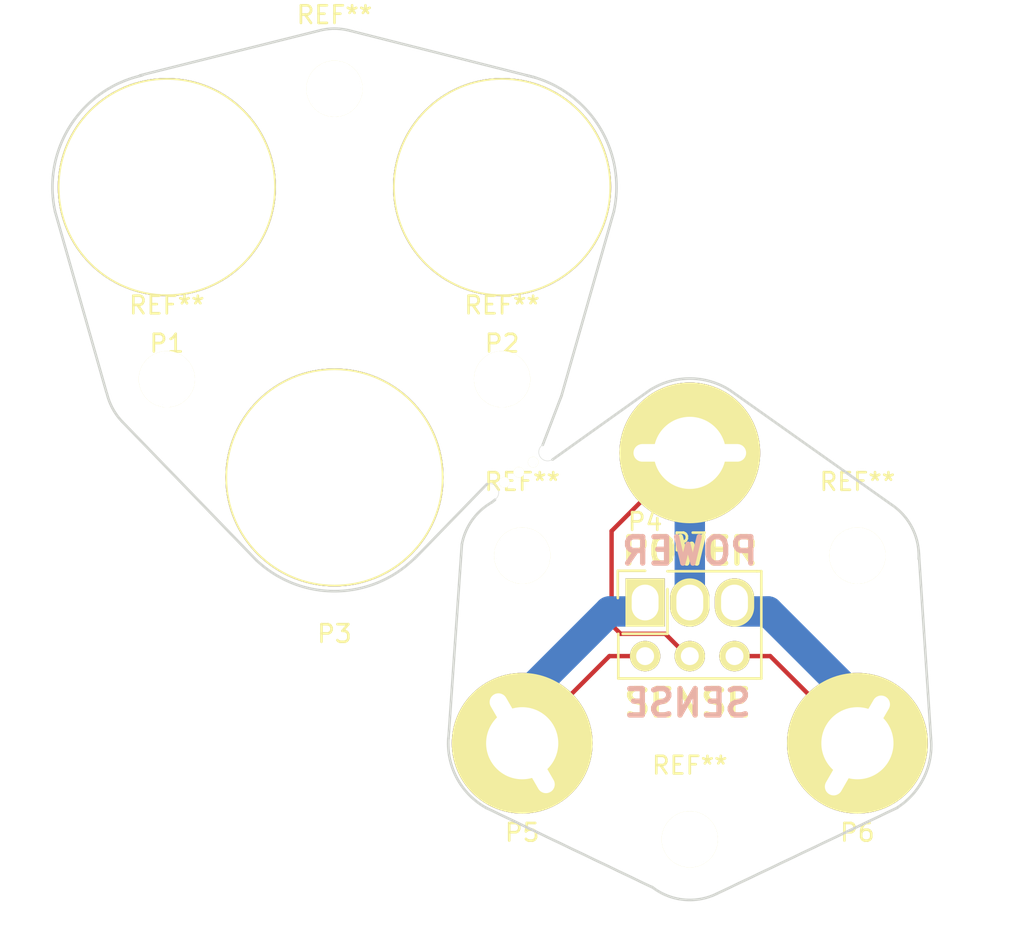
<source format=kicad_pcb>
(kicad_pcb (version 4) (host pcbnew 4.0.2-stable)

  (general
    (links 9)
    (no_connects 0)
    (area 46.882857 48.269 105.390143 101.441)
    (thickness 1.6)
    (drawings 29)
    (tracks 18)
    (zones 0)
    (modules 17)
    (nets 7)
  )

  (page A4)
  (layers
    (0 F.Cu signal)
    (31 B.Cu signal)
    (32 B.Adhes user)
    (33 F.Adhes user)
    (34 B.Paste user)
    (35 F.Paste user)
    (36 B.SilkS user)
    (37 F.SilkS user)
    (38 B.Mask user)
    (39 F.Mask user)
    (40 Dwgs.User user)
    (41 Cmts.User user)
    (42 Eco1.User user)
    (43 Eco2.User user)
    (44 Edge.Cuts user)
    (45 Margin user)
    (46 B.CrtYd user)
    (47 F.CrtYd user)
    (48 B.Fab user)
    (49 F.Fab user)
  )

  (setup
    (last_trace_width 0.25)
    (user_trace_width 1)
    (user_trace_width 1.7272)
    (trace_clearance 0.2)
    (zone_clearance 0.508)
    (zone_45_only no)
    (trace_min 0.2)
    (segment_width 0.2)
    (edge_width 0.15)
    (via_size 0.6)
    (via_drill 0.4)
    (via_min_size 0.4)
    (via_min_drill 0.3)
    (uvia_size 0.3)
    (uvia_drill 0.1)
    (uvias_allowed no)
    (uvia_min_size 0)
    (uvia_min_drill 0)
    (pcb_text_width 0.3)
    (pcb_text_size 1.5 1.5)
    (mod_edge_width 0.15)
    (mod_text_size 1 1)
    (mod_text_width 0.15)
    (pad_size 2.2352 2.7432)
    (pad_drill 1.524)
    (pad_to_mask_clearance 0.2)
    (aux_axis_origin 0 0)
    (visible_elements FFFFF71F)
    (pcbplotparams
      (layerselection 0x010f0_80000001)
      (usegerberextensions true)
      (excludeedgelayer false)
      (linewidth 0.100000)
      (plotframeref false)
      (viasonmask false)
      (mode 1)
      (useauxorigin false)
      (hpglpennumber 1)
      (hpglpenspeed 20)
      (hpglpendiameter 15)
      (hpglpenoverlay 2)
      (psnegative false)
      (psa4output false)
      (plotreference false)
      (plotvalue false)
      (plotinvisibletext false)
      (padsonsilk false)
      (subtractmaskfromsilk true)
      (outputformat 1)
      (mirror false)
      (drillshape 0)
      (scaleselection 1)
      (outputdirectory out/50x50_banana_triangle_v0.1/))
  )

  (net 0 "")
  (net 1 "Net-(P1-Pad1)")
  (net 2 "Net-(P2-Pad1)")
  (net 3 "Net-(P3-Pad1)")
  (net 4 "Net-(P10-Pad1)")
  (net 5 "Net-(P4-Pad1)")
  (net 6 "Net-(P4-Pad5)")

  (net_class Default "This is the default net class."
    (clearance 0.2)
    (trace_width 0.25)
    (via_dia 0.6)
    (via_drill 0.4)
    (uvia_dia 0.3)
    (uvia_drill 0.1)
    (add_net "Net-(P1-Pad1)")
    (add_net "Net-(P10-Pad1)")
    (add_net "Net-(P2-Pad1)")
    (add_net "Net-(P3-Pad1)")
    (add_net "Net-(P4-Pad1)")
    (add_net "Net-(P4-Pad5)")
  )

  (module Socket_Strips:Socket_Strip_Straight_2x03 (layer F.Cu) (tedit 576C06B2) (tstamp 576BE38E)
    (at 83.693 83.312)
    (descr "Through hole socket strip")
    (tags "socket strip")
    (path /576BE257)
    (fp_text reference P4 (at 0 -5.1) (layer F.SilkS)
      (effects (font (size 1 1) (thickness 0.15)))
    )
    (fp_text value CONN_02X03 (at 0 -3.1) (layer F.Fab)
      (effects (font (size 1 1) (thickness 0.15)))
    )
    (fp_line (start -1.27 3.81) (end -1.524 3.81) (layer F.SilkS) (width 0.15))
    (fp_line (start 6.604 -1.27) (end 6.604 -2.286) (layer F.SilkS) (width 0.15))
    (fp_line (start 6.604 -2.286) (end 6.35 -2.286) (layer F.SilkS) (width 0.15))
    (fp_line (start 6.604 3.81) (end 6.35 3.81) (layer F.SilkS) (width 0.15))
    (fp_line (start 6.35 -2.286) (end 1.27 -2.286) (layer F.SilkS) (width 0.15))
    (fp_line (start -1.55 -2.312) (end 0 -2.312) (layer F.SilkS) (width 0.15))
    (fp_line (start -1.75 -1.75) (end -1.75 4.3) (layer F.CrtYd) (width 0.05))
    (fp_line (start 6.85 -1.75) (end 6.85 4.3) (layer F.CrtYd) (width 0.05))
    (fp_line (start -1.75 -1.75) (end 6.85 -1.75) (layer F.CrtYd) (width 0.05))
    (fp_line (start -1.75 4.3) (end 6.85 4.3) (layer F.CrtYd) (width 0.05))
    (fp_line (start -1.27 1.27) (end 1.27 1.27) (layer F.SilkS) (width 0.15))
    (fp_line (start 1.27 1.27) (end 1.27 -1.27) (layer F.SilkS) (width 0.15))
    (fp_line (start 6.604 -1.27) (end 6.604 3.81) (layer F.SilkS) (width 0.15))
    (fp_line (start 6.35 3.81) (end 1.27 3.81) (layer F.SilkS) (width 0.15))
    (fp_line (start -1.55 -2.312) (end -1.55 -0.762) (layer F.SilkS) (width 0.15))
    (fp_line (start -1.524 3.81) (end -1.524 1.27) (layer F.SilkS) (width 0.15))
    (fp_line (start 1.27 3.81) (end -1.27 3.81) (layer F.SilkS) (width 0.15))
    (pad 1 thru_hole rect (at 0 -0.508) (size 2.2352 2.7432) (drill oval 1.524 2.032) (layers *.Cu *.Mask F.SilkS)
      (net 5 "Net-(P4-Pad1)"))
    (pad 2 thru_hole oval (at 0 2.54) (size 1.7272 1.7272) (drill 1.016) (layers *.Cu *.Mask F.SilkS)
      (net 5 "Net-(P4-Pad1)"))
    (pad 3 thru_hole oval (at 2.54 -0.508) (size 2.2352 2.7432) (drill oval 1.524 2.032) (layers *.Cu *.Mask F.SilkS)
      (net 4 "Net-(P10-Pad1)"))
    (pad 4 thru_hole oval (at 2.54 2.54) (size 1.7272 1.7272) (drill 1.016) (layers *.Cu *.Mask F.SilkS)
      (net 4 "Net-(P10-Pad1)"))
    (pad 5 thru_hole oval (at 5.08 -0.508) (size 2.2352 2.7432) (drill oval 1.524 2.032) (layers *.Cu *.Mask F.SilkS)
      (net 6 "Net-(P4-Pad5)"))
    (pad 6 thru_hole oval (at 5.08 2.54) (size 1.7272 1.7272) (drill 1.016) (layers *.Cu *.Mask F.SilkS)
      (net 6 "Net-(P4-Pad5)"))
    (model Socket_Strips.3dshapes/Socket_Strip_Straight_2x03.wrl
      (at (xyz 0.1 -0.05 0))
      (scale (xyz 1 1 1))
      (rotate (xyz 0 0 180))
    )
  )

  (module Misc:Mouse_Bites_3_1mm (layer F.Cu) (tedit 54B1EE62) (tstamp 576BEBE1)
    (at 75.692 75.9714 35)
    (fp_text reference Mouse_Bites_3_1mm (at 0 -1.8 35) (layer F.SilkS) hide
      (effects (font (size 1 1) (thickness 0.15)))
    )
    (fp_text value VAL** (at 0 1.55 35) (layer F.SilkS) hide
      (effects (font (size 1 1) (thickness 0.15)))
    )
    (fp_arc (start -1 0) (end -1 -0.5) (angle 180) (layer Edge.Cuts) (width 0.0254))
    (fp_arc (start 3 0) (end 3 0.5) (angle 180) (layer Edge.Cuts) (width 0.0254))
    (pad "" np_thru_hole circle (at 1 0 35) (size 0.6 0.6) (drill 0.6) (layers *.Cu *.Mask F.SilkS)
      (clearance 0.2))
    (pad "" np_thru_hole circle (at 2 0 35) (size 0.6 0.6) (drill 0.6) (layers *.Cu *.Mask F.SilkS)
      (clearance 0.2))
    (pad "" np_thru_hole circle (at 0 0 35) (size 0.6 0.6) (drill 0.6) (layers *.Cu *.Mask F.SilkS)
      (clearance 0.2))
  )

  (module Connectors:Banana_Plug_Friction_Fit (layer F.Cu) (tedit 576BC577) (tstamp 576BCAFA)
    (at 86.233 74.295)
    (path /576BE535)
    (fp_text reference P7 (at 0 5.08) (layer F.SilkS)
      (effects (font (size 1 1) (thickness 0.15)))
    )
    (fp_text value CONN_01X01 (at 0 -5.08) (layer F.Fab)
      (effects (font (size 1 1) (thickness 0.15)))
    )
    (pad 1 thru_hole circle (at 0 0) (size 8 8) (drill 4.09956) (layers *.Cu *.Mask F.SilkS)
      (net 4 "Net-(P10-Pad1)"))
  )

  (module Mounting_Holes:MountingHole_3.2mm_M3 (layer F.Cu) (tedit 56D1B4CB) (tstamp 576BD6E1)
    (at 66.04 53.594)
    (descr "Mounting Hole 3.2mm, no annular, M3")
    (tags "mounting hole 3.2mm no annular m3")
    (fp_text reference REF** (at 0 -4.2) (layer F.SilkS)
      (effects (font (size 1 1) (thickness 0.15)))
    )
    (fp_text value MountingHole_3.2mm_M3 (at 0 4.2) (layer F.Fab)
      (effects (font (size 1 1) (thickness 0.15)))
    )
    (fp_circle (center 0 0) (end 3.2 0) (layer Cmts.User) (width 0.15))
    (fp_circle (center 0 0) (end 3.45 0) (layer F.CrtYd) (width 0.05))
    (pad 1 np_thru_hole circle (at 0 0) (size 3.2 3.2) (drill 3.2) (layers *.Cu *.Mask F.SilkS))
  )

  (module Connectors:Banana_Socket_Shrouded_Multi-Conntact_SLB4 (layer F.Cu) (tedit 576BB497) (tstamp 576BCAE4)
    (at 66.04 75.692)
    (path /576BA6EB)
    (fp_text reference P3 (at 0 8.89) (layer F.SilkS)
      (effects (font (size 1 1) (thickness 0.15)))
    )
    (fp_text value CONN_01X01 (at 0 -8.89) (layer F.Fab)
      (effects (font (size 1 1) (thickness 0.15)))
    )
    (pad 1 thru_hole circle (at 0 0) (size 12.4 12.4) (drill 12.2) (layers *.Cu *.Mask F.SilkS)
      (net 3 "Net-(P3-Pad1)"))
  )

  (module Mounting_Holes:MountingHole_3.2mm_M3 (layer F.Cu) (tedit 56D1B4CB) (tstamp 576BD6D2)
    (at 95.758 80.137)
    (descr "Mounting Hole 3.2mm, no annular, M3")
    (tags "mounting hole 3.2mm no annular m3")
    (fp_text reference REF** (at 0 -4.2) (layer F.SilkS)
      (effects (font (size 1 1) (thickness 0.15)))
    )
    (fp_text value MountingHole_3.2mm_M3 (at 0 4.2) (layer F.Fab)
      (effects (font (size 1 1) (thickness 0.15)))
    )
    (fp_circle (center 0 0) (end 3.2 0) (layer Cmts.User) (width 0.15))
    (fp_circle (center 0 0) (end 3.45 0) (layer F.CrtYd) (width 0.05))
    (pad 1 np_thru_hole circle (at 0 0) (size 3.2 3.2) (drill 3.2) (layers *.Cu *.Mask F.SilkS))
  )

  (module Connectors:Banana_Socket_Shrouded_Multi-Conntact_SLB4 (layer F.Cu) (tedit 576BB497) (tstamp 576BCADA)
    (at 56.515 59.182)
    (path /576BA6B8)
    (fp_text reference P1 (at 0 8.89) (layer F.SilkS)
      (effects (font (size 1 1) (thickness 0.15)))
    )
    (fp_text value CONN_01X01 (at 0 -8.89) (layer F.Fab)
      (effects (font (size 1 1) (thickness 0.15)))
    )
    (pad 1 thru_hole circle (at 0 0) (size 12.4 12.4) (drill 12.2) (layers *.Cu *.Mask F.SilkS)
      (net 1 "Net-(P1-Pad1)"))
  )

  (module Connectors:Banana_Socket_Shrouded_Multi-Conntact_SLB4 (layer F.Cu) (tedit 576BB497) (tstamp 576BCADF)
    (at 75.565 59.182)
    (path /576BA68B)
    (fp_text reference P2 (at 0 8.89) (layer F.SilkS)
      (effects (font (size 1 1) (thickness 0.15)))
    )
    (fp_text value CONN_01X01 (at 0 -8.89) (layer F.Fab)
      (effects (font (size 1 1) (thickness 0.15)))
    )
    (pad 1 thru_hole circle (at 0 0) (size 12.4 12.4) (drill 12.2) (layers *.Cu *.Mask F.SilkS)
      (net 2 "Net-(P2-Pad1)"))
  )

  (module Connectors:Banana_Plug_Friction_Fit (layer F.Cu) (tedit 576BC577) (tstamp 576BCAF0)
    (at 76.708 90.805)
    (path /576BE52F)
    (fp_text reference P5 (at 0 5.08) (layer F.SilkS)
      (effects (font (size 1 1) (thickness 0.15)))
    )
    (fp_text value CONN_01X01 (at 0 -5.08) (layer F.Fab)
      (effects (font (size 1 1) (thickness 0.15)))
    )
    (pad 1 thru_hole circle (at 0 0) (size 8 8) (drill 4.09956) (layers *.Cu *.Mask F.SilkS)
      (net 5 "Net-(P4-Pad1)"))
  )

  (module Connectors:Banana_Plug_Friction_Fit (layer F.Cu) (tedit 576BC577) (tstamp 576BCAF5)
    (at 95.758 90.805)
    (path /576BE529)
    (fp_text reference P6 (at 0 5.08) (layer F.SilkS)
      (effects (font (size 1 1) (thickness 0.15)))
    )
    (fp_text value CONN_01X01 (at 0 -5.08) (layer F.Fab)
      (effects (font (size 1 1) (thickness 0.15)))
    )
    (pad 1 thru_hole circle (at 0 0) (size 8 8) (drill 4.09956) (layers *.Cu *.Mask F.SilkS)
      (net 6 "Net-(P4-Pad5)"))
  )

  (module Connectors:Spade_6.3mm (layer F.Cu) (tedit 576BB5DA) (tstamp 576BCAFF)
    (at 76.708 90.805 300)
    (path /576BDEC0)
    (fp_text reference P8 (at 0 2.54 300) (layer F.SilkS)
      (effects (font (size 1 1) (thickness 0.15)))
    )
    (fp_text value CONN_01X01 (at 0 -2.54 300) (layer F.Fab)
      (effects (font (size 1 1) (thickness 0.15)))
    )
    (pad 1 thru_hole oval (at 0 0 300) (size 7 1.6) (drill oval 6.4 1) (layers *.Cu *.Mask F.SilkS)
      (net 5 "Net-(P4-Pad1)"))
  )

  (module Connectors:Spade_6.3mm (layer F.Cu) (tedit 576BB5DA) (tstamp 576BCB04)
    (at 95.758 90.932 60)
    (path /576BDEBA)
    (fp_text reference P9 (at 0 2.54 60) (layer F.SilkS)
      (effects (font (size 1 1) (thickness 0.15)))
    )
    (fp_text value CONN_01X01 (at 0 -2.54 60) (layer F.Fab)
      (effects (font (size 1 1) (thickness 0.15)))
    )
    (pad 1 thru_hole oval (at 0 0 60) (size 7 1.6) (drill oval 6.4 1) (layers *.Cu *.Mask F.SilkS)
      (net 6 "Net-(P4-Pad5)"))
  )

  (module Connectors:Spade_6.3mm (layer F.Cu) (tedit 576BB5DA) (tstamp 576BCB09)
    (at 86.233 74.295)
    (path /576BDEC6)
    (fp_text reference P10 (at 0 2.54) (layer F.SilkS)
      (effects (font (size 1 1) (thickness 0.15)))
    )
    (fp_text value CONN_01X01 (at 0 -2.54) (layer F.Fab)
      (effects (font (size 1 1) (thickness 0.15)))
    )
    (pad 1 thru_hole oval (at 0 0) (size 7 1.6) (drill oval 6.4 1) (layers *.Cu *.Mask F.SilkS)
      (net 4 "Net-(P10-Pad1)"))
  )

  (module Mounting_Holes:MountingHole_3.2mm_M3 (layer F.Cu) (tedit 56D1B4CB) (tstamp 576BD6D3)
    (at 76.708 80.137)
    (descr "Mounting Hole 3.2mm, no annular, M3")
    (tags "mounting hole 3.2mm no annular m3")
    (fp_text reference REF** (at 0 -4.2) (layer F.SilkS)
      (effects (font (size 1 1) (thickness 0.15)))
    )
    (fp_text value MountingHole_3.2mm_M3 (at 0 4.2) (layer F.Fab)
      (effects (font (size 1 1) (thickness 0.15)))
    )
    (fp_circle (center 0 0) (end 3.2 0) (layer Cmts.User) (width 0.15))
    (fp_circle (center 0 0) (end 3.45 0) (layer F.CrtYd) (width 0.05))
    (pad 1 np_thru_hole circle (at 0 0) (size 3.2 3.2) (drill 3.2) (layers *.Cu *.Mask F.SilkS))
  )

  (module Mounting_Holes:MountingHole_3.2mm_M3 (layer F.Cu) (tedit 56D1B4CB) (tstamp 576BD6D4)
    (at 86.233 96.266)
    (descr "Mounting Hole 3.2mm, no annular, M3")
    (tags "mounting hole 3.2mm no annular m3")
    (fp_text reference REF** (at 0 -4.2) (layer F.SilkS)
      (effects (font (size 1 1) (thickness 0.15)))
    )
    (fp_text value MountingHole_3.2mm_M3 (at 0 4.2) (layer F.Fab)
      (effects (font (size 1 1) (thickness 0.15)))
    )
    (fp_circle (center 0 0) (end 3.2 0) (layer Cmts.User) (width 0.15))
    (fp_circle (center 0 0) (end 3.45 0) (layer F.CrtYd) (width 0.05))
    (pad 1 np_thru_hole circle (at 0 0) (size 3.2 3.2) (drill 3.2) (layers *.Cu *.Mask F.SilkS))
  )

  (module Mounting_Holes:MountingHole_3.2mm_M3 (layer F.Cu) (tedit 56D1B4CB) (tstamp 576BD705)
    (at 56.515 70.104)
    (descr "Mounting Hole 3.2mm, no annular, M3")
    (tags "mounting hole 3.2mm no annular m3")
    (fp_text reference REF** (at 0 -4.2) (layer F.SilkS)
      (effects (font (size 1 1) (thickness 0.15)))
    )
    (fp_text value MountingHole_3.2mm_M3 (at 0 4.2) (layer F.Fab)
      (effects (font (size 1 1) (thickness 0.15)))
    )
    (fp_circle (center 0 0) (end 3.2 0) (layer Cmts.User) (width 0.15))
    (fp_circle (center 0 0) (end 3.45 0) (layer F.CrtYd) (width 0.05))
    (pad 1 np_thru_hole circle (at 0 0) (size 3.2 3.2) (drill 3.2) (layers *.Cu *.Mask F.SilkS))
  )

  (module Mounting_Holes:MountingHole_3.2mm_M3 (layer F.Cu) (tedit 56D1B4CB) (tstamp 576BD729)
    (at 75.565 70.104)
    (descr "Mounting Hole 3.2mm, no annular, M3")
    (tags "mounting hole 3.2mm no annular m3")
    (fp_text reference REF** (at 0 -4.2) (layer F.SilkS)
      (effects (font (size 1 1) (thickness 0.15)))
    )
    (fp_text value MountingHole_3.2mm_M3 (at 0 4.2) (layer F.Fab)
      (effects (font (size 1 1) (thickness 0.15)))
    )
    (fp_circle (center 0 0) (end 3.2 0) (layer Cmts.User) (width 0.15))
    (fp_circle (center 0 0) (end 3.45 0) (layer F.CrtYd) (width 0.05))
    (pad 1 np_thru_hole circle (at 0 0) (size 3.2 3.2) (drill 3.2) (layers *.Cu *.Mask F.SilkS))
  )

  (gr_line (start 88.519 70.739) (end 97.663 77.216) (angle 90) (layer Edge.Cuts) (width 0.15))
  (gr_line (start 78.9432 71.0438) (end 81.915 60.579) (angle 90) (layer Edge.Cuts) (width 0.15))
  (gr_line (start 77.8764 73.8378) (end 78.9432 71.0438) (angle 90) (layer Edge.Cuts) (width 0.15))
  (gr_line (start 74.7014 76.073) (end 70.5866 80.3148) (angle 90) (layer Edge.Cuts) (width 0.15))
  (gr_line (start 78.4352 74.676) (end 83.947 70.739) (angle 90) (layer Edge.Cuts) (width 0.15))
  (gr_line (start 75.1586 76.962) (end 75.0062 77.089) (angle 90) (layer Edge.Cuts) (width 0.15))
  (gr_line (start 84.1248 99.0092) (end 74.6252 94.4626) (angle 90) (layer Edge.Cuts) (width 0.15))
  (gr_arc (start 86.233 96.2406) (end 87.8078 99.3394) (angle 65) (layer Edge.Cuts) (width 0.15))
  (gr_line (start 98.044 94.4626) (end 87.757 99.3648) (angle 90) (layer Edge.Cuts) (width 0.15))
  (gr_line (start 99.949 90.7288) (end 99.2378 79.8322) (angle 90) (layer Edge.Cuts) (width 0.15))
  (gr_arc (start 95.758 90.932) (end 99.949 90.7288) (angle 60) (layer Edge.Cuts) (width 0.15))
  (gr_arc (start 95.758 80.137) (end 97.663 77.216) (angle 60) (layer Edge.Cuts) (width 0.15))
  (gr_arc (start 86.233 74.295) (end 83.947 70.739) (angle 65) (layer Edge.Cuts) (width 0.15))
  (gr_arc (start 76.708 80.137) (end 73.279 79.502) (angle 50) (layer Edge.Cuts) (width 0.15))
  (gr_line (start 72.517 90.551) (end 73.279 79.502) (angle 90) (layer Edge.Cuts) (width 0.15))
  (gr_arc (start 76.708 90.805) (end 74.676 94.488) (angle 65) (layer Edge.Cuts) (width 0.15))
  (gr_arc (start 56.515 59.182) (end 50.165 60.579) (angle 90) (layer Edge.Cuts) (width 0.15))
  (gr_arc (start 66.04 53.594) (end 65.151 50.292) (angle 30) (layer Edge.Cuts) (width 0.15))
  (gr_line (start 77.47 52.959) (end 66.929 50.292) (angle 90) (layer Edge.Cuts) (width 0.15))
  (gr_arc (start 75.565 59.182) (end 76.962 52.832) (angle 90) (layer Edge.Cuts) (width 0.15))
  (gr_line (start 50.165 60.579) (end 53.086 70.866) (angle 90) (layer Edge.Cuts) (width 0.15))
  (gr_line (start 65.151 50.292) (end 54.991 52.832) (angle 90) (layer Edge.Cuts) (width 0.15))
  (gr_line (start 53.975 72.517) (end 61.595 80.391) (angle 90) (layer Edge.Cuts) (width 0.15))
  (gr_arc (start 56.515 70.104) (end 53.975 72.517) (angle 30) (layer Edge.Cuts) (width 0.15))
  (gr_arc (start 66.04 75.692) (end 70.739 80.137) (angle 90) (layer Edge.Cuts) (width 0.15))
  (gr_text SENSE (at 86.106 88.519) (layer B.SilkS)
    (effects (font (size 1.5 1.5) (thickness 0.3)) (justify mirror))
  )
  (gr_text POWER (at 86.233 79.883) (layer B.SilkS)
    (effects (font (size 1.5 1.5) (thickness 0.3)) (justify mirror))
  )
  (gr_text POWER (at 86.233 79.883) (layer F.SilkS)
    (effects (font (size 1.5 1.5) (thickness 0.3)))
  )
  (gr_text SENSE (at 86.106 88.519) (layer F.SilkS)
    (effects (font (size 1.5 1.5) (thickness 0.3)))
  )

  (segment (start 86.233 85.852) (end 86.106 85.852) (width 0.25) (layer F.Cu) (net 4))
  (segment (start 86.106 85.852) (end 84.836 84.582) (width 0.25) (layer F.Cu) (net 4) (tstamp 576C04F8))
  (segment (start 84.836 84.582) (end 82.296 84.582) (width 0.25) (layer F.Cu) (net 4) (tstamp 576C04FA))
  (segment (start 82.296 84.582) (end 81.788 84.074) (width 0.25) (layer F.Cu) (net 4) (tstamp 576C0502))
  (segment (start 81.788 84.074) (end 81.788 78.74) (width 0.25) (layer F.Cu) (net 4) (tstamp 576C050A))
  (segment (start 81.788 78.74) (end 86.233 74.295) (width 0.25) (layer F.Cu) (net 4) (tstamp 576C050C))
  (segment (start 86.233 83.312) (end 86.233 74.295) (width 1.7272) (layer B.Cu) (net 4))
  (segment (start 87.503 75.565) (end 86.233 74.295) (width 0.25) (layer F.Cu) (net 4) (tstamp 576BE3C4))
  (segment (start 83.693 83.312) (end 81.661 83.312) (width 1.7272) (layer B.Cu) (net 5))
  (segment (start 81.661 83.312) (end 76.708 88.265) (width 1.7272) (layer B.Cu) (net 5) (tstamp 576BE444))
  (segment (start 76.708 88.265) (end 76.708 90.805) (width 1.7272) (layer B.Cu) (net 5) (tstamp 576BE44A))
  (segment (start 83.693 85.852) (end 81.661 85.852) (width 0.25) (layer F.Cu) (net 5))
  (segment (start 81.661 85.852) (end 76.708 90.805) (width 0.25) (layer F.Cu) (net 5) (tstamp 576BE39F))
  (segment (start 88.773 83.312) (end 90.678 83.312) (width 1.7272) (layer B.Cu) (net 6))
  (segment (start 90.678 83.312) (end 95.758 88.392) (width 1.7272) (layer B.Cu) (net 6) (tstamp 576BE43A))
  (segment (start 95.758 88.392) (end 95.758 90.805) (width 1.7272) (layer B.Cu) (net 6) (tstamp 576BE43E))
  (segment (start 88.773 85.852) (end 90.805 85.852) (width 0.25) (layer F.Cu) (net 6))
  (segment (start 90.805 85.852) (end 95.758 90.805) (width 0.25) (layer F.Cu) (net 6) (tstamp 576BE3C9))

)

</source>
